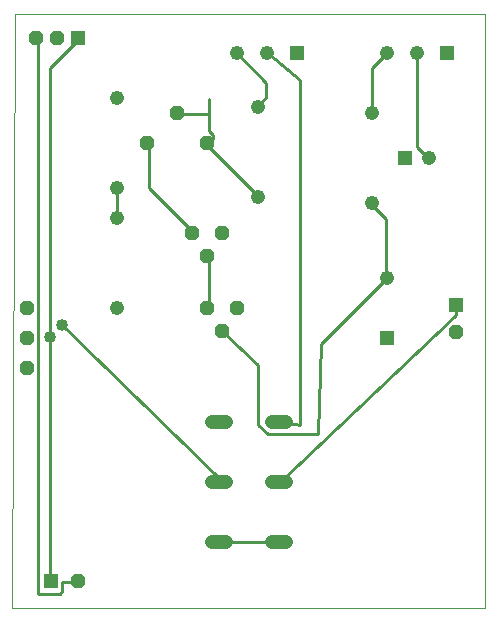
<source format=gtl>
G75*
G70*
%OFA0B0*%
%FSLAX24Y24*%
%IPPOS*%
%LPD*%
%AMOC8*
5,1,8,0,0,1.08239X$1,22.5*
%
%ADD10C,0.0000*%
%ADD11R,0.0476X0.0476*%
%ADD12C,0.0476*%
%ADD13OC8,0.0476*%
%ADD14C,0.0476*%
%ADD15C,0.0100*%
%ADD16C,0.0400*%
D10*
X000101Y000202D02*
X000201Y019998D01*
X015871Y019998D01*
X015871Y000202D01*
X000101Y000202D01*
D11*
X001401Y001102D03*
X012601Y009202D03*
X014901Y010302D03*
X013207Y015202D03*
X014601Y018702D03*
X009601Y018702D03*
X002301Y019202D03*
D12*
X003601Y017202D03*
X003601Y014202D03*
X003601Y013202D03*
X003601Y010202D03*
X008301Y013902D03*
X008301Y016902D03*
X008601Y018702D03*
X007601Y018702D03*
X012101Y016702D03*
X013994Y015202D03*
X012101Y013702D03*
X012601Y011202D03*
X012601Y018702D03*
X013601Y018702D03*
D13*
X007101Y012702D03*
X006601Y011952D03*
X006101Y012702D03*
X006601Y010202D03*
X007101Y009452D03*
X007601Y010202D03*
X006601Y015702D03*
X005601Y016702D03*
X004601Y015702D03*
X001601Y019202D03*
X000901Y019202D03*
X000601Y010202D03*
X000601Y009202D03*
X000601Y008202D03*
X002301Y001102D03*
X014901Y009402D03*
D14*
X009239Y006402D02*
X008763Y006402D01*
X007239Y006402D02*
X006763Y006402D01*
X006763Y004402D02*
X007239Y004402D01*
X008763Y004402D02*
X009239Y004402D01*
X009239Y002402D02*
X008763Y002402D01*
X007239Y002402D02*
X006763Y002402D01*
D15*
X007001Y002402D02*
X009001Y002402D01*
X009001Y004402D02*
X009041Y004402D01*
X014901Y009962D01*
X014901Y010302D01*
X012601Y011202D02*
X012581Y011242D01*
X012581Y013162D01*
X012101Y013642D01*
X012101Y013702D01*
X013941Y015242D02*
X013621Y015562D01*
X013621Y018682D01*
X013601Y018702D01*
X012601Y018702D02*
X012101Y018202D01*
X012101Y016702D01*
X013941Y015242D02*
X013994Y015202D01*
X012601Y011202D02*
X012581Y011162D01*
X010421Y009002D01*
X010321Y006002D01*
X008641Y006002D01*
X008321Y006322D01*
X008321Y008322D01*
X007141Y009402D01*
X007101Y009452D01*
X006661Y010202D02*
X006601Y010202D01*
X006661Y010202D02*
X006661Y011882D01*
X006601Y011952D01*
X006101Y012702D02*
X006101Y012762D01*
X004661Y014202D01*
X004661Y015642D01*
X004601Y015702D01*
X005601Y016702D02*
X005621Y016682D01*
X006661Y016682D01*
X006661Y017162D01*
X006661Y016682D02*
X006661Y016122D01*
X006821Y015962D01*
X006821Y015882D01*
X006661Y015722D01*
X006601Y015702D01*
X006661Y015642D01*
X006661Y015562D01*
X008261Y013962D01*
X008301Y013902D01*
X008301Y016902D02*
X008581Y017242D01*
X008581Y017722D01*
X007601Y018702D01*
X008601Y018702D02*
X008661Y018682D01*
X009721Y017822D01*
X009721Y006302D01*
X008981Y006442D01*
X009001Y006402D01*
X006961Y004562D02*
X006961Y004402D01*
X007001Y004402D01*
X006961Y004562D02*
X001781Y009642D01*
X001381Y009242D02*
X001381Y001162D01*
X001401Y001102D01*
X001781Y001082D02*
X001781Y000762D01*
X001701Y000682D01*
X000981Y000682D01*
X000981Y019082D01*
X000901Y019162D01*
X000901Y019202D01*
X001381Y018202D02*
X002341Y019162D01*
X002301Y019202D01*
X001381Y018202D02*
X001381Y009242D01*
X003601Y013202D02*
X003621Y013242D01*
X003621Y014202D01*
X003601Y014202D01*
X002301Y001102D02*
X002261Y001082D01*
X001781Y001082D01*
D16*
X001381Y009242D03*
X001781Y009642D03*
M02*

</source>
